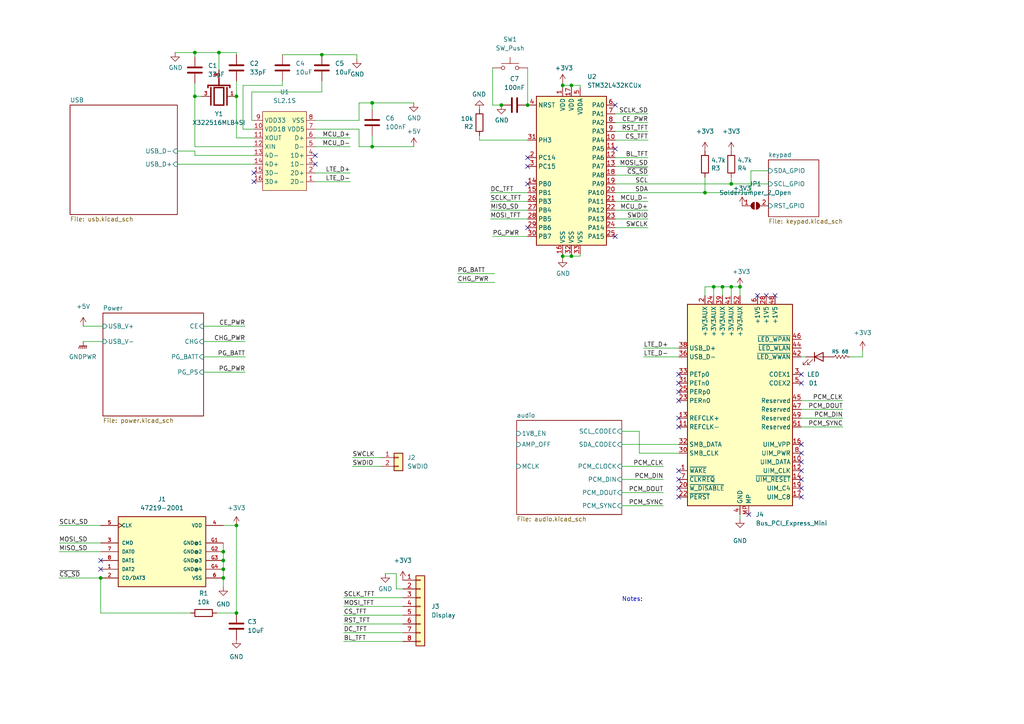
<source format=kicad_sch>
(kicad_sch (version 20211123) (generator eeschema)
  (paper "A4")
  (lib_symbols
    (symbol "Connector:Bus_PCI_Express_Mini"
      (property "Reference" "J" (at -16.51 31.75 0))
      (property "Value" "Bus_PCI_Express_Mini" (at 22.86 31.75 0))
      (symbol "Bus_PCI_Express_Mini_0_1"
        (rectangle (start -15.24 30.48) (end 15.24 -27.94) (stroke (width 0.254)) (fill (type background)))
      )
      (symbol "Bus_PCI_Express_Mini_1_1"
        (pin open_collector line (at -17.78 -17.78 0) (length 2.54) (name "~{WAKE}") (number "1"))
        (pin bidirectional line (at 17.78 -15.24 180) (length 2.54) (name "UIM_DATA") (number "10"))
        (pin input line (at -17.78 -5.08 0) (length 2.54) (name "REFCLK-") (number "11"))
        (pin output line (at 17.78 -17.78 180) (length 2.54) (name "UIM_CLK") (number "12"))
        (pin input line (at -17.78 -2.54 0) (length 2.54) (name "REFCLK+") (number "13"))
        (pin output line (at 17.78 -20.32 180) (length 2.54) (name "~{UIM_RESET}") (number "14"))
        (pin passive line (at 0 -30.48 90) (length 2.54) hide (name "GND") (number "15"))
        (pin power_out line (at 17.78 -10.16 180) (length 2.54) (name "UIM_VPP") (number "16"))
        (pin passive line (at 17.78 -25.4 180) (length 2.54) (name "UIM_C8") (number "17"))
        (pin passive line (at 0 -30.48 90) (length 2.54) hide (name "GND") (number "18"))
        (pin passive line (at 17.78 -22.86 180) (length 2.54) (name "UIM_C4") (number "19"))
        (pin power_in line (at -10.16 33.02 270) (length 2.54) (name "+3V3AUX") (number "2"))
        (pin input line (at -17.78 -22.86 0) (length 2.54) (name "~{W_DISABLE}") (number "20"))
        (pin passive line (at 0 -30.48 90) (length 2.54) hide (name "GND") (number "21"))
        (pin input line (at -17.78 -25.4 0) (length 2.54) (name "~{PERST}") (number "22"))
        (pin output line (at -17.78 2.54 0) (length 2.54) (name "PERn0") (number "23"))
        (pin power_in line (at -7.62 33.02 270) (length 2.54) (name "+3V3AUX") (number "24"))
        (pin output line (at -17.78 5.08 0) (length 2.54) (name "PERp0") (number "25"))
        (pin passive line (at 0 -30.48 90) (length 2.54) hide (name "GND") (number "26"))
        (pin passive line (at 0 -30.48 90) (length 2.54) hide (name "GND") (number "27"))
        (pin power_in line (at 7.62 33.02 270) (length 2.54) (name "+1V5") (number "28"))
        (pin passive line (at 0 -30.48 90) (length 2.54) hide (name "GND") (number "29"))
        (pin passive line (at 17.78 10.16 180) (length 2.54) (name "COEX1") (number "3"))
        (pin input line (at -17.78 -12.7 0) (length 2.54) (name "SMB_CLK") (number "30"))
        (pin input line (at -17.78 7.62 0) (length 2.54) (name "PETn0") (number "31"))
        (pin bidirectional line (at -17.78 -10.16 0) (length 2.54) (name "SMB_DATA") (number "32"))
        (pin input line (at -17.78 10.16 0) (length 2.54) (name "PETp0") (number "33"))
        (pin passive line (at 0 -30.48 90) (length 2.54) hide (name "GND") (number "34"))
        (pin passive line (at 0 -30.48 90) (length 2.54) hide (name "GND") (number "35"))
        (pin bidirectional line (at -17.78 15.24 0) (length 2.54) (name "USB_D-") (number "36"))
        (pin passive line (at 0 -30.48 90) (length 2.54) hide (name "GND") (number "37"))
        (pin bidirectional line (at -17.78 17.78 0) (length 2.54) (name "USB_D+") (number "38"))
        (pin power_in line (at -5.08 33.02 270) (length 2.54) (name "+3V3AUX") (number "39"))
        (pin power_in line (at 0 -30.48 90) (length 2.54) (name "GND") (number "4"))
        (pin passive line (at 0 -30.48 90) (length 2.54) hide (name "GND") (number "40"))
        (pin power_in line (at -2.54 33.02 270) (length 2.54) (name "+3V3AUX") (number "41"))
        (pin open_collector line (at 17.78 15.24 180) (length 2.54) (name "~{LED_WWAN}") (number "42"))
        (pin passive line (at 0 -30.48 90) (length 2.54) hide (name "GND") (number "43"))
        (pin open_collector line (at 17.78 17.78 180) (length 2.54) (name "~{LED_WLAN}") (number "44"))
        (pin passive line (at 17.78 2.54 180) (length 2.54) (name "Reserved") (number "45"))
        (pin open_collector line (at 17.78 20.32 180) (length 2.54) (name "~{LED_WPAN}") (number "46"))
        (pin passive line (at 17.78 0 180) (length 2.54) (name "Reserved") (number "47"))
        (pin power_in line (at 10.16 33.02 270) (length 2.54) (name "+1V5") (number "48"))
        (pin passive line (at 17.78 -2.54 180) (length 2.54) (name "Reserved") (number "49"))
        (pin passive line (at 17.78 7.62 180) (length 2.54) (name "COEX2") (number "5"))
        (pin passive line (at 0 -30.48 90) (length 2.54) hide (name "GND") (number "50"))
        (pin passive line (at 17.78 -5.08 180) (length 2.54) (name "Reserved") (number "51"))
        (pin power_in line (at 0 33.02 270) (length 2.54) (name "+3V3AUX") (number "52"))
        (pin power_in line (at 5.08 33.02 270) (length 2.54) (name "+1V5") (number "6"))
        (pin open_collector line (at -17.78 -20.32 0) (length 2.54) (name "~{CLKREQ}") (number "7"))
        (pin power_out line (at 17.78 -12.7 180) (length 2.54) (name "UIM_PWR") (number "8"))
        (pin passive line (at 0 -30.48 90) (length 2.54) hide (name "GND") (number "9"))
        (pin passive line (at 2.54 -30.48 90) (length 2.54) (name "MP") (number "MP"))
      )
    )
    (symbol "Connector_Generic:Conn_01x02" (pin_names (offset 1.016) hide)
      (property "Reference" "J" (at 0 2.54 0))
      (property "Value" "Conn_01x02" (at 0 -5.08 0))
      (symbol "Conn_01x02_1_1"
        (rectangle (start -1.27 -2.413) (end 0 -2.667) (stroke (width 0.1524)))
        (rectangle (start -1.27 0.127) (end 0 -0.127) (stroke (width 0.1524)))
        (rectangle (start -1.27 1.27) (end 1.27 -3.81) (stroke (width 0.254)) (fill (type background)))
        (pin passive line (at -5.08 0 0) (length 3.81) (name "Pin_1") (number "1"))
        (pin passive line (at -5.08 -2.54 0) (length 3.81) (name "Pin_2") (number "2"))
      )
    )
    (symbol "Connector_Generic:Conn_01x08" (pin_names (offset 1.016) hide)
      (property "Reference" "J" (at 0 10.16 0))
      (property "Value" "Conn_01x08" (at 0 -12.7 0))
      (symbol "Conn_01x08_1_1"
        (rectangle (start -1.27 -10.033) (end 0 -10.287) (stroke (width 0.1524)))
        (rectangle (start -1.27 -7.493) (end 0 -7.747) (stroke (width 0.1524)))
        (rectangle (start -1.27 -4.953) (end 0 -5.207) (stroke (width 0.1524)))
        (rectangle (start -1.27 -2.413) (end 0 -2.667) (stroke (width 0.1524)))
        (rectangle (start -1.27 0.127) (end 0 -0.127) (stroke (width 0.1524)))
        (rectangle (start -1.27 2.667) (end 0 2.413) (stroke (width 0.1524)))
        (rectangle (start -1.27 5.207) (end 0 4.953) (stroke (width 0.1524)))
        (rectangle (start -1.27 7.747) (end 0 7.493) (stroke (width 0.1524)))
        (rectangle (start -1.27 8.89) (end 1.27 -11.43) (stroke (width 0.254)) (fill (type background)))
        (pin passive line (at -5.08 7.62 0) (length 3.81) (name "Pin_1") (number "1"))
        (pin passive line (at -5.08 5.08 0) (length 3.81) (name "Pin_2") (number "2"))
        (pin passive line (at -5.08 2.54 0) (length 3.81) (name "Pin_3") (number "3"))
        (pin passive line (at -5.08 0 0) (length 3.81) (name "Pin_4") (number "4"))
        (pin passive line (at -5.08 -2.54 0) (length 3.81) (name "Pin_5") (number "5"))
        (pin passive line (at -5.08 -5.08 0) (length 3.81) (name "Pin_6") (number "6"))
        (pin passive line (at -5.08 -7.62 0) (length 3.81) (name "Pin_7") (number "7"))
        (pin passive line (at -5.08 -10.16 0) (length 3.81) (name "Pin_8") (number "8"))
      )
    )
    (symbol "Device:C" (pin_numbers hide) (pin_names (offset 0.254))
      (property "Reference" "C" (at 0.635 2.54 0))
      (property "Value" "C" (at 0.635 -2.54 0))
      (symbol "C_0_1"
        (polyline (pts (xy -2.032 -0.762) (xy 2.032 -0.762)) (stroke (width 0.508)))
        (polyline (pts (xy -2.032 0.762) (xy 2.032 0.762)) (stroke (width 0.508)))
      )
      (symbol "C_1_1"
        (pin passive line (at 0 3.81 270) (length 2.794) (name "~") (number "1"))
        (pin passive line (at 0 -3.81 90) (length 2.794) (name "~") (number "2"))
      )
    )
    (symbol "Device:LED" (pin_numbers hide) (pin_names (offset 1.016) hide)
      (property "Reference" "D" (at 0 2.54 0))
      (property "Value" "LED" (at 0 -2.54 0))
      (symbol "LED_0_1"
        (polyline (pts (xy -1.27 -1.27) (xy -1.27 1.27)) (stroke (width 0.254)))
        (polyline (pts (xy -1.27 0) (xy 1.27 0)))
        (polyline (pts (xy 1.27 -1.27) (xy 1.27 1.27) (xy -1.27 0) (xy 1.27 -1.27)) (stroke (width 0.254)))
        (polyline (pts (xy -3.048 -0.762) (xy -4.572 -2.286) (xy -3.81 -2.286) (xy -4.572 -2.286) (xy -4.572 -1.524)))
        (polyline (pts (xy -1.778 -0.762) (xy -3.302 -2.286) (xy -2.54 -2.286) (xy -3.302 -2.286) (xy -3.302 -1.524)))
      )
      (symbol "LED_1_1"
        (pin passive line (at -3.81 0 0) (length 2.54) (name "K") (number "1"))
        (pin passive line (at 3.81 0 180) (length 2.54) (name "A") (number "2"))
      )
    )
    (symbol "Device:R" (pin_numbers hide) (pin_names (offset 0))
      (property "Reference" "R" (at 2.032 0 90))
      (property "Value" "R" (at 0 0 90))
      (symbol "R_0_1"
        (rectangle (start -1.016 -2.54) (end 1.016 2.54) (stroke (width 0.254)))
      )
      (symbol "R_1_1"
        (pin passive line (at 0 3.81 270) (length 1.27) (name "~") (number "1"))
        (pin passive line (at 0 -3.81 90) (length 1.27) (name "~") (number "2"))
      )
    )
    (symbol "JLCPCB:47219-2001" (pin_names (offset 1.016))
      (property "Reference" "J" (at -12.7 10.922 0))
      (property "Value" "47219-2001" (at -12.7 -12.7 0))
      (symbol "47219-2001_0_0"
        (rectangle (start -12.7 -10.16) (end 12.7 10.16) (stroke (width 0.254)) (fill (type background)))
        (pin bidirectional line (at -17.78 -5.08 0) (length 5.08) (name "DAT2") (number "1"))
        (pin bidirectional line (at -17.78 -7.62 0) (length 5.08) (name "CD/DAT3") (number "2"))
        (pin bidirectional line (at -17.78 2.54 0) (length 5.08) (name "CMD") (number "3"))
        (pin power_in line (at 17.78 7.62 180) (length 5.08) (name "VDD") (number "4"))
        (pin input clock (at -17.78 7.62 0) (length 5.08) (name "CLK") (number "5"))
        (pin power_in line (at 17.78 -7.62 180) (length 5.08) (name "VSS") (number "6"))
        (pin bidirectional line (at -17.78 0 0) (length 5.08) (name "DAT0") (number "7"))
        (pin bidirectional line (at -17.78 -2.54 0) (length 5.08) (name "DAT1") (number "8"))
        (pin power_in line (at 17.78 2.54 180) (length 5.08) (name "GND@1") (number "G1"))
        (pin power_in line (at 17.78 0 180) (length 5.08) (name "GND@2") (number "G2"))
        (pin power_in line (at 17.78 -2.54 180) (length 5.08) (name "GND@3") (number "G3"))
        (pin power_in line (at 17.78 -5.08 180) (length 5.08) (name "GND@4") (number "G4"))
      )
    )
    (symbol "JLCPCB:SL2.1S"
      (property "Reference" "U" (at 0 -13.97 0))
      (property "Value" "SL2.1S" (at 0 -16.51 0))
      (symbol "SL2.1S_0_1"
        (rectangle (start -6.35 12.7) (end 6.35 -10.16) (fill (type background)))
      )
      (symbol "SL2.1S_1_1"
        (pin input line (at -8.89 10.16 0) (length 2.54) (name "2D-") (number "1"))
        (pin input line (at 8.89 -5.08 180) (length 2.54) (name "VDD18") (number "10"))
        (pin input line (at 8.89 -2.54 180) (length 2.54) (name "XOUT") (number "11"))
        (pin input line (at 8.89 0 180) (length 2.54) (name "XIN") (number "12"))
        (pin input line (at 8.89 2.54 180) (length 2.54) (name "4D-") (number "13"))
        (pin input line (at 8.89 5.08 180) (length 2.54) (name "4D+") (number "14"))
        (pin input line (at 8.89 7.62 180) (length 2.54) (name "3D-") (number "15"))
        (pin input line (at 8.89 10.16 180) (length 2.54) (name "3D+") (number "16"))
        (pin input line (at -8.89 7.62 0) (length 2.54) (name "2D+") (number "2"))
        (pin input line (at -8.89 5.08 0) (length 2.54) (name "1D-") (number "3"))
        (pin input line (at -8.89 2.54 0) (length 2.54) (name "1D+") (number "4"))
        (pin input line (at -8.89 0 0) (length 2.54) (name "D-") (number "5"))
        (pin input line (at -8.89 -2.54 0) (length 2.54) (name "D+") (number "6"))
        (pin input line (at -8.89 -5.08 0) (length 2.54) (name "VDD5") (number "7"))
        (pin input line (at -8.89 -7.62 0) (length 2.54) (name "VSS") (number "8"))
        (pin input line (at 8.89 -7.62 180) (length 2.54) (name "VDD33") (number "9"))
      )
    )
    (symbol "JLCPCB:X322516MLB4SI" (pin_names (offset 1.016) hide)
      (property "Reference" "Y" (at -5.08 6.35 0))
      (property "Value" "X322516MLB4SI" (at -5.08 3.81 0))
      (symbol "X322516MLB4SI_0_0"
        (polyline (pts (xy -3.175 -3.175) (xy 0 -3.175)) (stroke (width 0.4064)))
        (polyline (pts (xy -3.175 -2.54) (xy -3.175 -3.175)) (stroke (width 0.4064)))
        (polyline (pts (xy -2.3368 2.54) (xy -2.3368 -2.54)) (stroke (width 0.4064)))
        (polyline (pts (xy -1.397 2.54) (xy -1.397 -2.54)) (stroke (width 0.4064)))
        (polyline (pts (xy -1.397 2.54) (xy 1.397 2.54)) (stroke (width 0.4064)))
        (polyline (pts (xy 0 -5.08) (xy 0 -3.175)) (stroke (width 0.4064)))
        (polyline (pts (xy 0 -3.175) (xy 3.175 -3.175)) (stroke (width 0.4064)))
        (polyline (pts (xy 1.397 -2.54) (xy -1.397 -2.54)) (stroke (width 0.4064)))
        (polyline (pts (xy 1.397 2.54) (xy 1.397 -2.54)) (stroke (width 0.4064)))
        (polyline (pts (xy 2.3368 2.54) (xy 2.3368 -2.54)) (stroke (width 0.4064)))
        (polyline (pts (xy 3.175 -3.175) (xy 3.175 -2.54)) (stroke (width 0.4064)))
        (pin passive line (at -5.08 0 0) (length 2.54) (name "~") (number "1"))
        (pin power_in line (at 0 -7.62 90) (length 2.54) (name "~") (number "2"))
        (pin passive line (at 5.08 0 180) (length 2.54) (name "~") (number "3"))
        (pin power_in line (at 0 -7.62 90) (length 2.54) (name "~") (number "4"))
      )
    )
    (symbol "Jumper:SolderJumper_2_Open" (pin_names (offset 0) hide)
      (property "Reference" "JP" (at 0 2.032 0))
      (property "Value" "SolderJumper_2_Open" (at 0 -2.54 0))
      (symbol "SolderJumper_2_Open_0_1"
        (arc (start -0.254 1.016) (mid -1.27 0) (end -0.254 -1.016))
        (arc (start -0.254 1.016) (mid -1.27 0) (end -0.254 -1.016) (fill (type outline)))
        (polyline (pts (xy -0.254 1.016) (xy -0.254 -1.016)))
        (polyline (pts (xy 0.254 1.016) (xy 0.254 -1.016)))
        (arc (start 0.254 -1.016) (mid 1.27 0) (end 0.254 1.016))
        (arc (start 0.254 -1.016) (mid 1.27 0) (end 0.254 1.016) (fill (type outline)))
      )
      (symbol "SolderJumper_2_Open_1_1"
        (pin passive line (at -3.81 0 0) (length 2.54) (name "A") (number "1"))
        (pin passive line (at 3.81 0 180) (length 2.54) (name "B") (number "2"))
      )
    )
    (symbol "MCU_ST_STM32L4:STM32L432KCUx"
      (property "Reference" "U" (at -10.16 21.59 0))
      (property "Value" "STM32L432KCUx" (at 5.08 21.59 0))
      (symbol "STM32L432KCUx_0_1"
        (rectangle (start -10.16 -22.86) (end 10.16 20.32) (stroke (width 0.254)) (fill (type background)))
      )
      (symbol "STM32L432KCUx_1_1"
        (pin power_in line (at -2.54 22.86 270) (length 2.54) (name "VDD") (number "1"))
        (pin bidirectional line (at 12.7 7.62 180) (length 2.54) (name "PA4") (number "10"))
        (pin bidirectional line (at 12.7 5.08 180) (length 2.54) (name "PA5") (number "11"))
        (pin bidirectional line (at 12.7 2.54 180) (length 2.54) (name "PA6") (number "12"))
        (pin bidirectional line (at 12.7 0 180) (length 2.54) (name "PA7") (number "13"))
        (pin bidirectional line (at -12.7 -5.08 0) (length 2.54) (name "PB0") (number "14"))
        (pin bidirectional line (at -12.7 -7.62 0) (length 2.54) (name "PB1") (number "15"))
        (pin power_in line (at -2.54 -25.4 90) (length 2.54) (name "VSS") (number "16"))
        (pin power_in line (at 0 22.86 270) (length 2.54) (name "VDD") (number "17"))
        (pin bidirectional line (at 12.7 -2.54 180) (length 2.54) (name "PA8") (number "18"))
        (pin bidirectional line (at 12.7 -5.08 180) (length 2.54) (name "PA9") (number "19"))
        (pin bidirectional line (at -12.7 2.54 0) (length 2.54) (name "PC14") (number "2"))
        (pin bidirectional line (at 12.7 -7.62 180) (length 2.54) (name "PA10") (number "20"))
        (pin bidirectional line (at 12.7 -10.16 180) (length 2.54) (name "PA11") (number "21"))
        (pin bidirectional line (at 12.7 -12.7 180) (length 2.54) (name "PA12") (number "22"))
        (pin bidirectional line (at 12.7 -15.24 180) (length 2.54) (name "PA13") (number "23"))
        (pin bidirectional line (at 12.7 -17.78 180) (length 2.54) (name "PA14") (number "24"))
        (pin bidirectional line (at 12.7 -20.32 180) (length 2.54) (name "PA15") (number "25"))
        (pin bidirectional line (at -12.7 -10.16 0) (length 2.54) (name "PB3") (number "26"))
        (pin bidirectional line (at -12.7 -12.7 0) (length 2.54) (name "PB4") (number "27"))
        (pin bidirectional line (at -12.7 -15.24 0) (length 2.54) (name "PB5") (number "28"))
        (pin bidirectional line (at -12.7 -17.78 0) (length 2.54) (name "PB6") (number "29"))
        (pin bidirectional line (at -12.7 0 0) (length 2.54) (name "PC15") (number "3"))
        (pin bidirectional line (at -12.7 -20.32 0) (length 2.54) (name "PB7") (number "30"))
        (pin bidirectional line (at -12.7 7.62 0) (length 2.54) (name "PH3") (number "31"))
        (pin power_in line (at 0 -25.4 90) (length 2.54) (name "VSS") (number "32"))
        (pin power_in line (at 2.54 -25.4 90) (length 2.54) (name "VSS") (number "33"))
        (pin input line (at -12.7 17.78 0) (length 2.54) (name "NRST") (number "4"))
        (pin power_in line (at 2.54 22.86 270) (length 2.54) (name "VDDA") (number "5"))
        (pin bidirectional line (at 12.7 17.78 180) (length 2.54) (name "PA0") (number "6"))
        (pin bidirectional line (at 12.7 15.24 180) (length 2.54) (name "PA1") (number "7"))
        (pin bidirectional line (at 12.7 12.7 180) (length 2.54) (name "PA2") (number "8"))
        (pin bidirectional line (at 12.7 10.16 180) (length 2.54) (name "PA3") (number "9"))
      )
    )
    (symbol "RobotProtos:RSMALL" (pin_numbers hide) (pin_names (offset 0))
      (property "Reference" "R" (at -1.524 -0.508 90))
      (property "Value" "RSMALL" (at -1.524 0.254 90))
      (symbol "RSMALL_0_1"
        (polyline (pts (xy -0.508 -1.524) (xy 0 -1.778) (xy 0 -2.032)))
        (polyline (pts (xy -0.508 1.524) (xy 0 1.778) (xy 0 2.032)))
        (polyline (pts (xy -0.508 -1.524) (xy 0.508 -1.016) (xy -0.508 -0.508) (xy 0.508 0) (xy -0.508 0.508) (xy 0.508 1.016) (xy -0.508 1.524)))
      )
      (symbol "RSMALL_1_1"
        (pin passive line (at 0 2.54 270) (length 0.508) (name "~") (number "1"))
        (pin passive line (at 0 -2.54 90) (length 0.508) (name "~") (number "2"))
      )
    )
    (symbol "Switch:SW_Push" (pin_numbers hide) (pin_names (offset 1.016) hide)
      (property "Reference" "SW" (at 1.27 2.54 0))
      (property "Value" "SW_Push" (at 0 -1.524 0))
      (symbol "SW_Push_0_1"
        (circle (center -2.032 0) (radius 0.508))
        (polyline (pts (xy 0 1.27) (xy 0 3.048)))
        (polyline (pts (xy 2.54 1.27) (xy -2.54 1.27)))
        (circle (center 2.032 0) (radius 0.508))
        (pin passive line (at -5.08 0 0) (length 2.54) (name "1") (number "1"))
        (pin passive line (at 5.08 0 180) (length 2.54) (name "2") (number "2"))
      )
    )
    (symbol "power:+3V3" (power) (pin_names (offset 0))
      (property "Value" "+3V3" (at 0 3.556 0))
      (symbol "+3V3_0_1"
        (polyline (pts (xy -0.762 1.27) (xy 0 2.54)))
        (polyline (pts (xy 0 0) (xy 0 2.54)))
        (polyline (pts (xy 0 2.54) (xy 0.762 1.27)))
      )
      (symbol "+3V3_1_1"
        (pin power_in line (at 0 0 90) (length 0) hide (name "+3V3") (number "1"))
      )
    )
    (symbol "power:+5V" (power) (pin_names (offset 0))
      (property "Value" "+5V" (at 0 3.556 0))
      (symbol "+5V_0_1"
        (polyline (pts (xy -0.762 1.27) (xy 0 2.54)))
        (polyline (pts (xy 0 0) (xy 0 2.54)))
        (polyline (pts (xy 0 2.54) (xy 0.762 1.27)))
      )
      (symbol "+5V_1_1"
        (pin power_in line (at 0 0 90) (length 0) hide (name "+5V") (number "1"))
      )
    )
    (symbol "power:GND" (power) (pin_names (offset 0))
      (property "Value" "GND" (at 0 -3.81 0))
      (symbol "GND_0_1"
        (polyline (pts (xy 0 0) (xy 0 -1.27) (xy 1.27 -1.27) (xy 0 -2.54) (xy -1.27 -1.27) (xy 0 -1.27)))
      )
      (symbol "GND_1_1"
        (pin power_in line (at 0 0 270) (length 0) hide (name "GND") (number "1"))
      )
    )
    (symbol "power:GNDPWR" (power) (pin_names (offset 0))
      (property "Value" "GNDPWR" (at 0 -3.302 0))
      (symbol "GNDPWR_0_1"
        (polyline (pts (xy 0 -1.27) (xy 0 0)))
        (polyline (pts (xy -1.016 -1.27) (xy -1.27 -2.032) (xy -1.27 -2.032)) (stroke (width 0.2032)))
        (polyline (pts (xy -0.508 -1.27) (xy -0.762 -2.032) (xy -0.762 -2.032)) (stroke (width 0.2032)))
        (polyline (pts (xy 0 -1.27) (xy -0.254 -2.032) (xy -0.254 -2.032)) (stroke (width 0.2032)))
        (polyline (pts (xy 0.508 -1.27) (xy 0.254 -2.032) (xy 0.254 -2.032)) (stroke (width 0.2032)))
        (polyline (pts (xy 1.016 -1.27) (xy -1.016 -1.27) (xy -1.016 -1.27)) (stroke (width 0.2032)))
        (polyline (pts (xy 1.016 -1.27) (xy 0.762 -2.032) (xy 0.762 -2.032) (xy 0.762 -2.032)) (stroke (width 0.2032)))
      )
      (symbol "GNDPWR_1_1"
        (pin power_in line (at 0 0 270) (length 0) hide (name "GNDPWR") (number "1"))
      )
    )
  )
  (junction (at 212.09 83.185))
  (junction (at 207.01 83.185))
  (junction (at 56.515 27.94))
  (junction (at 68.58 152.4))
  (junction (at 165.735 24.765))
  (junction (at 209.55 83.185))
  (junction (at 93.345 15.875))
  (junction (at 163.195 24.765))
  (junction (at 64.77 165.1))
  (junction (at 64.77 167.64))
  (junction (at 107.95 29.845))
  (junction (at 64.77 162.56))
  (junction (at 56.515 15.24))
  (junction (at 107.95 42.545))
  (junction (at 29.21 167.64))
  (junction (at 212.09 53.34))
  (junction (at 153.035 30.48))
  (junction (at 68.58 27.94))
  (junction (at 204.47 55.88))
  (junction (at 165.735 74.295))
  (junction (at 214.63 83.185))
  (junction (at 145.415 30.48))
  (junction (at 68.58 177.8))
  (junction (at 63.5 15.24))
  (junction (at 163.195 74.295))
  (junction (at 64.77 160.02))
  (no_connect (at 232.41 108.585))
  (no_connect (at 196.85 139.065))
  (no_connect (at 196.85 108.585))
  (no_connect (at 219.71 85.725))
  (no_connect (at 153.035 53.34))
  (no_connect (at 153.035 48.26))
  (no_connect (at 153.035 45.72))
  (no_connect (at 178.435 30.48))
  (no_connect (at 196.85 144.145))
  (no_connect (at 224.79 85.725))
  (no_connect (at 29.21 165.1))
  (no_connect (at 29.21 162.56))
  (no_connect (at 153.035 66.04))
  (no_connect (at 178.435 43.18))
  (no_connect (at 222.25 85.725))
  (no_connect (at 232.41 111.125))
  (no_connect (at 232.41 131.445))
  (no_connect (at 196.85 111.125))
  (no_connect (at 232.41 136.525))
  (no_connect (at 196.85 123.825))
  (no_connect (at 196.85 121.285))
  (no_connect (at 196.85 116.205))
  (no_connect (at 196.85 113.665))
  (no_connect (at 232.41 139.065))
  (no_connect (at 91.44 45.085))
  (no_connect (at 91.44 47.625))
  (no_connect (at 73.66 50.165))
  (no_connect (at 73.66 52.705))
  (no_connect (at 217.17 149.225))
  (no_connect (at 232.41 133.985))
  (no_connect (at 196.85 136.525))
  (no_connect (at 196.85 141.605))
  (no_connect (at 232.41 128.905))
  (no_connect (at 232.41 141.605))
  (no_connect (at 178.435 68.58))
  (no_connect (at 232.41 144.145))
  (wire (pts (xy 68.58 27.94) (xy 68.58 40.005)))
  (wire (pts (xy 29.21 167.64) (xy 29.21 177.8)))
  (wire (pts (xy 93.345 26.67) (xy 93.345 23.495)))
  (wire (pts (xy 56.515 27.94) (xy 56.515 42.545)))
  (wire (pts (xy 104.14 37.465) (xy 104.14 42.545)))
  (wire (pts (xy 165.735 25.4) (xy 165.735 24.765)))
  (wire (pts (xy 212.09 53.34) (xy 178.435 53.34)))
  (wire (pts (xy 232.41 118.745) (xy 244.475 118.745)))
  (wire (pts (xy 81.915 15.875) (xy 93.345 15.875)))
  (wire (pts (xy 58.42 27.94) (xy 56.515 27.94)))
  (wire (pts (xy 187.96 50.8) (xy 178.435 50.8)))
  (wire (pts (xy 187.96 33.02) (xy 178.435 33.02)))
  (wire (pts (xy 153.035 68.58) (xy 142.875 68.58)))
  (wire (pts (xy 209.55 83.185) (xy 209.55 85.725)))
  (wire (pts (xy 232.41 116.205) (xy 244.475 116.205)))
  (wire (pts (xy 91.44 42.545) (xy 101.6 42.545)))
  (wire (pts (xy 142.875 19.685) (xy 142.875 30.48)))
  (wire (pts (xy 70.485 24.765) (xy 81.915 24.765)))
  (wire (pts (xy 99.695 173.355) (xy 116.84 173.355)))
  (wire (pts (xy 56.515 45.085) (xy 73.66 45.085)))
  (wire (pts (xy 187.96 63.5) (xy 178.435 63.5)))
  (wire (pts (xy 212.09 51.435) (xy 212.09 53.34)))
  (wire (pts (xy 142.24 63.5) (xy 153.035 63.5)))
  (wire (pts (xy 250.19 101.6) (xy 250.19 103.505)))
  (wire (pts (xy 99.695 183.515) (xy 116.84 183.515)))
  (wire (pts (xy 51.435 43.815) (xy 56.515 43.815)))
  (wire (pts (xy 178.435 58.42) (xy 187.96 58.42)))
  (wire (pts (xy 185.42 125.095) (xy 185.42 131.445)))
  (wire (pts (xy 103.505 15.875) (xy 103.505 17.145)))
  (wire (pts (xy 163.195 74.295) (xy 163.195 73.66)))
  (wire (pts (xy 102.235 132.715) (xy 110.49 132.715)))
  (wire (pts (xy 214.63 85.725) (xy 214.63 83.185)))
  (wire (pts (xy 99.695 175.895) (xy 116.84 175.895)))
  (wire (pts (xy 29.21 177.8) (xy 55.245 177.8)))
  (wire (pts (xy 104.14 34.925) (xy 104.14 29.845)))
  (wire (pts (xy 59.055 103.505) (xy 71.12 103.505)))
  (wire (pts (xy 212.09 83.185) (xy 212.09 85.725)))
  (wire (pts (xy 73.025 26.67) (xy 93.345 26.67)))
  (wire (pts (xy 168.275 73.66) (xy 168.275 74.295)))
  (wire (pts (xy 207.01 83.185) (xy 204.47 83.185)))
  (wire (pts (xy 64.77 160.02) (xy 64.77 162.56)))
  (wire (pts (xy 180.34 139.065) (xy 192.405 139.065)))
  (wire (pts (xy 91.44 34.925) (xy 104.14 34.925)))
  (wire (pts (xy 165.735 24.765) (xy 168.275 24.765)))
  (wire (pts (xy 178.435 60.96) (xy 187.96 60.96)))
  (wire (pts (xy 17.145 160.02) (xy 29.21 160.02)))
  (wire (pts (xy 68.58 15.24) (xy 63.5 15.24)))
  (wire (pts (xy 212.09 83.185) (xy 209.55 83.185)))
  (wire (pts (xy 187.96 48.26) (xy 178.435 48.26)))
  (wire (pts (xy 50.8 15.24) (xy 56.515 15.24)))
  (wire (pts (xy 233.68 103.505) (xy 232.41 103.505)))
  (wire (pts (xy 107.95 39.37) (xy 107.95 42.545)))
  (wire (pts (xy 153.035 19.685) (xy 153.035 30.48)))
  (wire (pts (xy 17.145 152.4) (xy 29.21 152.4)))
  (wire (pts (xy 165.735 73.66) (xy 165.735 74.295)))
  (wire (pts (xy 62.865 177.8) (xy 68.58 177.8)))
  (wire (pts (xy 102.235 135.255) (xy 110.49 135.255)))
  (wire (pts (xy 17.145 167.64) (xy 29.21 167.64)))
  (wire (pts (xy 68.58 15.875) (xy 68.58 15.24)))
  (wire (pts (xy 187.96 40.64) (xy 178.435 40.64)))
  (wire (pts (xy 64.77 162.56) (xy 64.77 165.1)))
  (wire (pts (xy 101.6 52.705) (xy 91.44 52.705)))
  (wire (pts (xy 207.01 83.185) (xy 207.01 85.725)))
  (wire (pts (xy 163.195 74.93) (xy 163.195 74.295)))
  (wire (pts (xy 214.63 150.495) (xy 214.63 149.225)))
  (wire (pts (xy 107.95 29.845) (xy 120.015 29.845)))
  (wire (pts (xy 70.485 37.465) (xy 70.485 24.765)))
  (wire (pts (xy 185.42 131.445) (xy 196.85 131.445)))
  (wire (pts (xy 64.77 165.1) (xy 64.77 167.64)))
  (wire (pts (xy 142.24 55.88) (xy 153.035 55.88)))
  (wire (pts (xy 142.24 58.42) (xy 153.035 58.42)))
  (wire (pts (xy 187.96 38.1) (xy 178.435 38.1)))
  (wire (pts (xy 142.24 60.96) (xy 153.035 60.96)))
  (wire (pts (xy 68.58 152.4) (xy 68.58 177.8)))
  (wire (pts (xy 244.475 123.825) (xy 232.41 123.825)))
  (wire (pts (xy 63.5 15.24) (xy 63.5 20.32)))
  (wire (pts (xy 186.69 100.965) (xy 196.85 100.965)))
  (wire (pts (xy 142.875 30.48) (xy 145.415 30.48)))
  (wire (pts (xy 51.435 47.625) (xy 73.66 47.625)))
  (wire (pts (xy 56.515 27.94) (xy 56.515 24.13)))
  (wire (pts (xy 17.145 157.48) (xy 29.21 157.48)))
  (wire (pts (xy 99.695 180.975) (xy 116.84 180.975)))
  (wire (pts (xy 217.805 49.53) (xy 217.805 55.88)))
  (wire (pts (xy 168.275 25.4) (xy 168.275 24.765)))
  (wire (pts (xy 73.66 34.925) (xy 73.025 34.925)))
  (wire (pts (xy 222.885 53.34) (xy 212.09 53.34)))
  (wire (pts (xy 91.44 37.465) (xy 104.14 37.465)))
  (wire (pts (xy 143.51 79.375) (xy 132.715 79.375)))
  (wire (pts (xy 56.515 42.545) (xy 73.66 42.545)))
  (wire (pts (xy 143.51 81.915) (xy 132.715 81.915)))
  (wire (pts (xy 114.935 166.37) (xy 111.76 166.37)))
  (wire (pts (xy 56.515 16.51) (xy 56.515 15.24)))
  (wire (pts (xy 232.41 121.285) (xy 244.475 121.285)))
  (wire (pts (xy 64.77 152.4) (xy 68.58 152.4)))
  (wire (pts (xy 222.885 49.53) (xy 217.805 49.53)))
  (wire (pts (xy 187.96 66.04) (xy 178.435 66.04)))
  (wire (pts (xy 139.065 40.64) (xy 153.035 40.64)))
  (wire (pts (xy 214.63 83.185) (xy 212.09 83.185)))
  (wire (pts (xy 81.915 24.765) (xy 81.915 23.495)))
  (wire (pts (xy 217.805 55.88) (xy 204.47 55.88)))
  (wire (pts (xy 68.58 27.94) (xy 68.58 23.495)))
  (wire (pts (xy 59.055 94.615) (xy 71.12 94.615)))
  (wire (pts (xy 180.34 125.095) (xy 185.42 125.095)))
  (wire (pts (xy 24.13 99.06) (xy 29.845 99.06)))
  (wire (pts (xy 163.195 24.765) (xy 163.195 24.13)))
  (wire (pts (xy 204.47 51.435) (xy 204.47 55.88)))
  (wire (pts (xy 178.435 35.56) (xy 187.96 35.56)))
  (wire (pts (xy 68.58 40.005) (xy 73.66 40.005)))
  (wire (pts (xy 104.14 42.545) (xy 107.95 42.545)))
  (wire (pts (xy 187.96 45.72) (xy 178.435 45.72)))
  (wire (pts (xy 107.95 42.545) (xy 120.015 42.545)))
  (wire (pts (xy 139.065 39.37) (xy 139.065 40.64)))
  (wire (pts (xy 59.055 99.06) (xy 71.12 99.06)))
  (wire (pts (xy 165.735 74.295) (xy 163.195 74.295)))
  (wire (pts (xy 180.34 135.255) (xy 192.405 135.255)))
  (wire (pts (xy 163.195 25.4) (xy 163.195 24.765)))
  (wire (pts (xy 116.84 170.815) (xy 114.935 170.815)))
  (wire (pts (xy 204.47 55.88) (xy 178.435 55.88)))
  (wire (pts (xy 64.77 167.64) (xy 64.77 170.18)))
  (wire (pts (xy 168.275 74.295) (xy 165.735 74.295)))
  (wire (pts (xy 101.6 50.165) (xy 91.44 50.165)))
  (wire (pts (xy 204.47 83.185) (xy 204.47 85.725)))
  (wire (pts (xy 186.69 103.505) (xy 196.85 103.505)))
  (wire (pts (xy 107.95 29.845) (xy 107.95 31.75)))
  (wire (pts (xy 73.025 34.925) (xy 73.025 26.67)))
  (wire (pts (xy 91.44 40.005) (xy 101.6 40.005)))
  (wire (pts (xy 64.77 157.48) (xy 64.77 160.02)))
  (wire (pts (xy 59.055 107.95) (xy 71.12 107.95)))
  (wire (pts (xy 24.13 94.615) (xy 29.845 94.615)))
  (wire (pts (xy 192.405 146.685) (xy 180.34 146.685)))
  (wire (pts (xy 246.38 103.505) (xy 250.19 103.505)))
  (wire (pts (xy 180.34 128.905) (xy 196.85 128.905)))
  (wire (pts (xy 56.515 15.24) (xy 63.5 15.24)))
  (wire (pts (xy 99.695 178.435) (xy 116.84 178.435)))
  (wire (pts (xy 93.345 15.875) (xy 103.505 15.875)))
  (wire (pts (xy 73.66 37.465) (xy 70.485 37.465)))
  (wire (pts (xy 180.34 142.875) (xy 192.405 142.875)))
  (wire (pts (xy 104.14 29.845) (xy 107.95 29.845)))
  (wire (pts (xy 209.55 83.185) (xy 207.01 83.185)))
  (wire (pts (xy 99.695 186.055) (xy 116.84 186.055)))
  (wire (pts (xy 114.935 170.815) (xy 114.935 166.37)))
  (wire (pts (xy 56.515 43.815) (xy 56.515 45.085)))
  (wire (pts (xy 165.735 24.765) (xy 163.195 24.765)))
  (text "Notes:" (at 180.34 174.625 0) (effects (font (size 1.27 1.27)) (justify left bottom)))
  (label "SCL" (at 187.96 53.34 180))
  (label "SWDIO" (at 187.96 63.5 180))
  (label "CE_PWR" (at 71.12 94.615 180))
  (label "CS_TFT" (at 99.695 178.435 0))
  (label "DC_TFT" (at 142.24 55.88 0))
  (label "SCLK_SD" (at 17.145 152.4 0))
  (label "MOSI_TFT" (at 142.24 63.5 0))
  (label "~{CS_SD}" (at 187.96 50.8 180))
  (label "PG_BATT" (at 71.12 103.505 180))
  (label "CHG_PWR" (at 71.12 99.06 180))
  (label "RST_TFT" (at 187.96 38.1 180))
  (label "MISO_SD" (at 17.145 160.02 0))
  (label "MCU_D+" (at 101.6 40.005 180))
  (label "LTE_D-" (at 186.69 103.505 0))
  (label "PCM_CLK" (at 244.475 116.205 180))
  (label "PG_BATT" (at 132.715 79.375 0))
  (label "MCU_D-" (at 101.6 42.545 180))
  (label "CS_TFT" (at 187.96 40.64 180))
  (label "SCLK_TFT" (at 99.695 173.355 0))
  (label "PCM_SYNC" (at 244.475 123.825 180))
  (label "PG_PWR" (at 71.12 107.95 180))
  (label "MCU_D+" (at 187.96 60.96 180))
  (label "PCM_DIN" (at 192.405 139.065 180))
  (label "DC_TFT" (at 99.695 183.515 0))
  (label "LTE_D-" (at 101.6 52.705 180))
  (label "LTE_D+" (at 186.69 100.965 0))
  (label "PCM_CLK" (at 192.405 135.255 180))
  (label "PG_PWR" (at 142.875 68.58 0))
  (label "MOSI_SD" (at 17.145 157.48 0))
  (label "PCM_SYNC" (at 192.405 146.685 180))
  (label "BL_TFT" (at 187.96 45.72 180))
  (label "~{CS_SD}" (at 17.145 167.64 0))
  (label "MOSI_SD" (at 187.96 48.26 180))
  (label "PCM_DIN" (at 244.475 121.285 180))
  (label "BL_TFT" (at 99.695 186.055 0))
  (label "PCM_DOUT" (at 192.405 142.875 180))
  (label "SDA" (at 187.96 55.88 180))
  (label "CHG_PWR" (at 132.715 81.915 0))
  (label "MISO_SD" (at 142.24 60.96 0))
  (label "MCU_D-" (at 187.96 58.42 180))
  (label "SWCLK" (at 187.96 66.04 180))
  (label "SCLK_SD" (at 187.96 33.02 180))
  (label "SWCLK" (at 102.235 132.715 0))
  (label "MOSI_TFT" (at 99.695 175.895 0))
  (label "RST_TFT" (at 99.695 180.975 0))
  (label "SCLK_TFT" (at 142.24 58.42 0))
  (label "LTE_D+" (at 101.6 50.165 180))
  (label "SWDIO" (at 102.235 135.255 0))
  (label "CE_PWR" (at 187.96 35.56 180))
  (label "PCM_DOUT" (at 244.475 118.745 180))
  (symbol (lib_id "Connector_Generic:Conn_01x02") (at 115.57 132.715 0) (unit 1)
    (property "Reference" "J2" (at 118.11 132.7149 0) (effects (justify left)))
    (property "Value" "SWDIO" (at 118.11 135.2549 0) (effects (justify left)))
    (property "Footprint" "Connector_PinSocket_1.27mm:PinSocket_1x02_P1.27mm_Vertical_SMD_Pin1Left" (effects hide))
    (property "MPN" "C2881511" (effects hide))
  )
  (symbol (lib_id "JLCPCB:47219-2001") (at 46.99 160.02 0) (unit 1)
    (property "Reference" "J1" (at 46.99 144.78 0))
    (property "Value" "47219-2001" (at 46.99 147.32 0))
    (property "Footprint" "lib_fp:MOLEX_47219-2001" (effects hide))
    (property "MPN" "C164170" (effects hide))
  )
  (symbol (lib_id "Connector:Bus_PCI_Express_Mini") (at 214.63 118.745 0) (unit 1)
    (property "Reference" "J4" (at 219.1894 149.225 0) (effects (justify left)))
    (property "Value" "Bus_PCI_Express_Mini" (at 219.1894 151.765 0) (effects (justify left)))
    (property "Footprint" "lib_fp:MOLEX_67910-5700" (effects hide))
    (property "MPN" "C277606" (effects hide))
  )
  (symbol (lib_id "JLCPCB:SL2.1S") (at 82.55 42.545 180) (unit 1)
    (property "Reference" "U1" (at 82.55 26.67 0))
    (property "Value" "SL2.1S" (at 82.55 29.21 0))
    (property "Footprint" "lib_fp:SL2.1S" (effects hide))
    (property "MPN" "C2684433" (effects hide))
  )
  (symbol (lib_id "power:GND") (at 139.065 31.75 180) (unit 1)
    (property "Reference" "#PWR012" (effects hide))
    (property "Value" "GND" (at 138.938 27.3558 0))
  )
  (symbol (lib_id "Device:R") (at 139.065 35.56 180) (unit 1)
    (property "Reference" "R2" (at 137.287 36.7284 0) (effects (justify left)))
    (property "Value" "10k" (at 137.287 34.417 0) (effects (justify left)))
    (property "Footprint" "Resistor_SMD:R_0402_1005Metric" (effects hide))
  )
  (symbol (lib_id "power:GND") (at 111.76 166.37 0) (unit 1)
    (property "Reference" "#PWR08" (effects hide))
    (property "Value" "GND" (at 111.76 170.815 0))
  )
  (symbol (lib_id "Device:LED") (at 237.49 103.505 0) (unit 1)
    (property "Reference" "D1" (at 235.9025 111.125 0))
    (property "Value" "LED" (at 235.9025 108.585 0))
    (property "Footprint" "LED_SMD:LED_0603_1608Metric" (effects hide))
    (property "MPN" "C2286" (effects hide))
  )
  (symbol (lib_id "power:GNDPWR") (at 24.13 99.06 0) (unit 1)
    (property "Reference" "#PWR02" (effects hide))
    (property "Value" "GNDPWR" (at 24.003 103.505 0))
  )
  (symbol (lib_id "power:+5V") (at 120.015 42.545 0) (unit 1)
    (property "Reference" "#PWR011" (effects hide))
    (property "Value" "+5V" (at 120.015 38.1 0))
  )
  (symbol (lib_id "power:+3V3") (at 214.63 83.185 0) (unit 1)
    (property "Reference" "#PWR018" (effects hide))
    (property "Value" "+3V3" (at 215.011 78.7908 0))
  )
  (symbol (lib_id "power:+3V3") (at 250.19 101.6 0) (unit 1)
    (property "Reference" "#PWR021" (effects hide))
    (property "Value" "+3V3" (at 250.19 96.52 0))
  )
  (symbol (lib_id "Device:R") (at 59.055 177.8 90) (unit 1)
    (property "Reference" "R1" (at 59.055 172.085 90))
    (property "Value" "10k" (at 59.055 174.625 90))
    (property "Footprint" "Resistor_SMD:R_0402_1005Metric" (effects hide))
  )
  (symbol (lib_id "RobotProtos:RSMALL") (at 243.84 103.505 270) (unit 1)
    (property "Reference" "R5" (at 243.332 101.981 90) (effects (font (size 0.9906 0.9906)) (justify right)))
    (property "Value" "68" (at 244.094 101.981 90) (effects (font (size 0.991 0.991)) (justify left)))
    (property "Footprint" "Resistor_SMD:R_0402_1005Metric" (effects hide))
    (property "USD_per_1000" "0,024" (effects hide))
    (property "USD_per_1" "0,08" (effects hide))
    (property "MPN" "0402WGF4700TCE" (effects hide))
  )
  (symbol (lib_id "Device:C") (at 107.95 35.56 0) (unit 1)
    (property "Reference" "C6" (at 111.76 34.2899 0) (effects (justify left)))
    (property "Value" "100nF" (at 111.76 36.8299 0) (effects (justify left)))
    (property "Footprint" "Capacitor_SMD:C_0402_1005Metric" (effects hide))
  )
  (symbol (lib_id "Connector_Generic:Conn_01x08") (at 121.92 175.895 0) (unit 1)
    (property "Reference" "J3" (at 125.095 175.8949 0) (effects (justify left)))
    (property "Value" "Display" (at 125.095 178.4349 0) (effects (justify left)))
    (property "Footprint" "Connector_PinSocket_1.27mm:PinSocket_1x08_P1.27mm_Vertical" (effects hide))
  )
  (symbol (lib_id "MCU_ST_STM32L4:STM32L432KCUx") (at 165.735 48.26 0) (unit 1)
    (property "Reference" "U2" (at 170.2944 22.225 0) (effects (justify left)))
    (property "Value" "STM32L432KCUx" (at 170.2944 24.765 0) (effects (justify left)))
    (property "Footprint" "Package_DFN_QFN:QFN-32-1EP_5x5mm_P0.5mm_EP3.45x3.45mm" (effects hide))
    (property "Datasheet" "http://www.st.com/st-web-ui/static/active/en/resource/technical/document/datasheet/DM00257205.pdf" (effects hide))
    (property "MPN" "C1337280" (effects hide))
  )
  (symbol (lib_id "power:+3V3") (at 163.195 24.13 0) (unit 1)
    (property "Reference" "#PWR014" (effects hide))
    (property "Value" "+3V3" (at 163.576 19.7358 0))
  )
  (symbol (lib_id "power:GND") (at 214.63 150.495 0) (unit 1)
    (property "Reference" "#PWR019" (effects hide))
    (property "Value" "GND" (at 214.63 156.845 0))
  )
  (symbol (lib_id "power:+3V3") (at 204.47 43.815 0) (mirror y) (unit 1)
    (property "Reference" "#PWR016" (effects hide))
    (property "Value" "+3V3" (at 204.47 38.1 0))
  )
  (symbol (lib_id "Device:C") (at 81.915 19.685 0) (unit 1)
    (property "Reference" "C4" (at 85.725 18.4149 0) (effects (justify left)))
    (property "Value" "10uF" (at 85.725 20.9549 0) (effects (justify left)))
    (property "Footprint" "Capacitor_SMD:C_0402_1005Metric" (effects hide))
  )
  (symbol (lib_id "power:GND") (at 50.8 15.24 0) (unit 1)
    (property "Reference" "#PWR03" (effects hide))
    (property "Value" "GND" (at 50.927 19.6342 0))
  )
  (symbol (lib_id "Jumper:SolderJumper_2_Open") (at 219.075 59.69 0) (unit 1)
    (property "Reference" "JP1" (at 219.075 53.34 0))
    (property "Value" "SolderJumper_2_Open" (at 219.075 55.88 0))
    (property "Footprint" "Jumper:SolderJumper-2_P1.3mm_Open_Pad1.0x1.5mm" (effects hide))
  )
  (symbol (lib_id "power:GND") (at 163.195 74.93 0) (unit 1)
    (property "Reference" "#PWR015" (effects hide))
    (property "Value" "GND" (at 163.322 79.3242 0))
  )
  (symbol (lib_id "power:+3V3") (at 116.84 168.275 0) (unit 1)
    (property "Reference" "#PWR09" (effects hide))
    (property "Value" "+3V3" (at 116.84 162.56 0))
  )
  (symbol (lib_id "power:GND") (at 145.415 30.48 0) (unit 1)
    (property "Reference" "#PWR013" (effects hide))
    (property "Value" "GND" (at 145.542 34.8742 0))
  )
  (symbol (lib_id "Device:C") (at 93.345 19.685 0) (unit 1)
    (property "Reference" "C5" (at 97.155 18.4149 0) (effects (justify left)))
    (property "Value" "10uF" (at 97.155 20.9549 0) (effects (justify left)))
    (property "Footprint" "Capacitor_SMD:C_0402_1005Metric" (effects hide))
  )
  (symbol (lib_id "power:+5V") (at 24.13 94.615 0) (unit 1)
    (property "Reference" "#PWR01" (effects hide))
    (property "Value" "+5V" (at 24.13 88.9 0))
  )
  (symbol (lib_id "Device:C") (at 68.58 181.61 0) (unit 1)
    (property "Reference" "C3" (at 71.755 180.3399 0) (effects (justify left)))
    (property "Value" "10uF" (at 71.755 182.8799 0) (effects (justify left)))
    (property "Footprint" "Capacitor_SMD:C_0402_1005Metric" (effects hide))
  )
  (symbol (lib_id "Device:C") (at 149.225 30.48 90) (unit 1)
    (property "Reference" "C7" (at 149.225 22.86 90))
    (property "Value" "100nF" (at 149.225 25.4 90))
    (property "Footprint" "Capacitor_SMD:C_0402_1005Metric" (effects hide))
  )
  (symbol (lib_id "Device:R") (at 212.09 47.625 0) (mirror x) (unit 1)
    (property "Reference" "R4" (at 213.868 48.7934 0) (effects (justify left)))
    (property "Value" "4.7k" (at 213.868 46.482 0) (effects (justify left)))
    (property "Footprint" "Resistor_SMD:R_0402_1005Metric" (effects hide))
  )
  (symbol (lib_id "power:GND") (at 68.58 185.42 0) (unit 1)
    (property "Reference" "#PWR06" (effects hide))
    (property "Value" "GND" (at 68.58 190.5 0))
  )
  (symbol (lib_id "Switch:SW_Push") (at 147.955 19.685 0) (unit 1)
    (property "Reference" "SW1" (at 147.955 11.43 0))
    (property "Value" "SW_Push" (at 147.955 13.97 0))
    (property "Footprint" "Button_Switch_SMD:SW_SPST_TL3342" (effects hide))
    (property "MPN" "C318884" (effects hide))
  )
  (symbol (lib_id "JLCPCB:X322516MLB4SI") (at 63.5 27.94 180) (unit 1)
    (property "Reference" "Y1" (at 63.5 33.02 0))
    (property "Value" "X322516MLB4SI" (at 63.5 35.56 0))
    (property "Footprint" "lib_fp:OSC_X322516MLB4SI" (effects hide))
    (property "PARTREV" "N/A" (effects hide))
    (property "MANUFACTURER" "YXC" (effects hide))
    (property "MAXIMUM_PACKAGE_HEIGHT" "0.8 mm" (effects hide))
    (property "STANDARD" "Manufacturer Recommendations" (effects hide))
  )
  (symbol (lib_id "power:GND") (at 64.77 170.18 0) (unit 1)
    (property "Reference" "#PWR04" (effects hide))
    (property "Value" "GND" (at 64.77 175.26 0))
  )
  (symbol (lib_id "power:+3V3") (at 215.265 59.69 0) (unit 1)
    (property "Reference" "#PWR020" (effects hide))
    (property "Value" "+3V3" (at 215.265 54.61 0))
  )
  (symbol (lib_id "power:GND") (at 120.015 29.845 0) (unit 1)
    (property "Reference" "#PWR010" (effects hide))
    (property "Value" "GND" (at 120.142 34.2392 0))
  )
  (symbol (lib_id "Device:C") (at 56.515 20.32 0) (unit 1)
    (property "Reference" "C1" (at 60.325 19.0499 0) (effects (justify left)))
    (property "Value" "33pF" (at 60.325 21.5899 0) (effects (justify left)))
    (property "Footprint" "Capacitor_SMD:C_0402_1005Metric" (effects hide))
  )
  (symbol (lib_id "Device:R") (at 204.47 47.625 0) (mirror x) (unit 1)
    (property "Reference" "R3" (at 206.248 48.7934 0) (effects (justify left)))
    (property "Value" "4.7k" (at 206.248 46.482 0) (effects (justify left)))
    (property "Footprint" "Resistor_SMD:R_0402_1005Metric" (effects hide))
  )
  (symbol (lib_id "power:+3V3") (at 68.58 152.4 0) (unit 1)
    (property "Reference" "#PWR05" (effects hide))
    (property "Value" "+3V3" (at 68.58 147.32 0))
  )
  (symbol (lib_id "power:+3V3") (at 212.09 43.815 0) (mirror y) (unit 1)
    (property "Reference" "#PWR017" (effects hide))
    (property "Value" "+3V3" (at 212.09 38.1 0))
  )
  (symbol (lib_id "power:GND") (at 103.505 17.145 0) (unit 1)
    (property "Reference" "#PWR07" (effects hide))
    (property "Value" "GND" (at 103.632 21.5392 0))
  )
  (symbol (lib_id "Device:C") (at 68.58 19.685 0) (unit 1)
    (property "Reference" "C2" (at 72.39 18.4149 0) (effects (justify left)))
    (property "Value" "33pF" (at 72.39 20.9549 0) (effects (justify left)))
    (property "Footprint" "Capacitor_SMD:C_0402_1005Metric" (effects hide))
  )
  (sheet (at 222.885 46.355) (size 14.605 16.51) (stroke (width 0.1524))
    (property "Sheet name" "keypad" (at 222.885 45.6434 0) (effects (justify left bottom)))
    (property "Sheet file" "keypad.kicad_sch" (at 222.885 63.4496 0) (effects (justify left top)))
    (pin "SDA_GPIO" input (at 222.885 49.53 180))
    (pin "SCL_GPIO" input (at 222.885 53.34 180))
    (pin "RST_GPIO" input (at 222.885 59.69 180))
  )
  (sheet (at 20.32 30.48) (size 31.115 31.75) (stroke (width 0.1524))
    (property "Sheet name" "USB" (at 20.32 29.7684 0) (effects (justify left bottom)))
    (property "Sheet file" "usb.kicad_sch" (at 20.32 62.8146 0) (effects (justify left top)))
    (pin "USB_D-" input (at 51.435 43.815 0))
    (pin "USB_D+" input (at 51.435 47.625 0))
  )
  (sheet (at 29.845 90.805) (size 29.21 29.845) (stroke (width 0.1524))
    (property "Sheet name" "Power" (at 29.845 90.0934 0) (effects (justify left bottom)))
    (property "Sheet file" "power.kicad_sch" (at 29.845 121.2346 0) (effects (justify left top)))
    (pin "CE" input (at 59.055 94.615 0))
    (pin "USB_V-" input (at 29.845 99.06 180))
    (pin "USB_V+" input (at 29.845 94.615 180))
    (pin "CHG" input (at 59.055 99.06 0))
    (pin "PG_BATT" input (at 59.055 103.505 0))
    (pin "PG_PS" input (at 59.055 107.95 0))
  )
  (sheet (at 149.86 121.92) (size 30.48 27.305) (stroke (width 0.1524))
    (property "Sheet name" "audio" (at 149.86 121.2084 0) (effects (justify left bottom)))
    (property "Sheet file" "audio.kicad_sch" (at 149.86 149.8096 0) (effects (justify left top)))
    (pin "SCL_CODEC" input (at 180.34 125.095 0))
    (pin "SDA_CODEC" input (at 180.34 128.905 0))
    (pin "PCM_CLOCK" input (at 180.34 135.255 0))
    (pin "PCM_DIN" input (at 180.34 139.065 0))
    (pin "PCM_DOUT" input (at 180.34 142.875 0))
    (pin "PCM_SYNC" input (at 180.34 146.685 0))
    (pin "AMP_OFF" input (at 149.86 128.905 180))
    (pin "MCLK" input (at 149.86 135.255 180))
    (pin "1V8_EN" input (at 149.86 125.73 180))
  )
)
</source>
